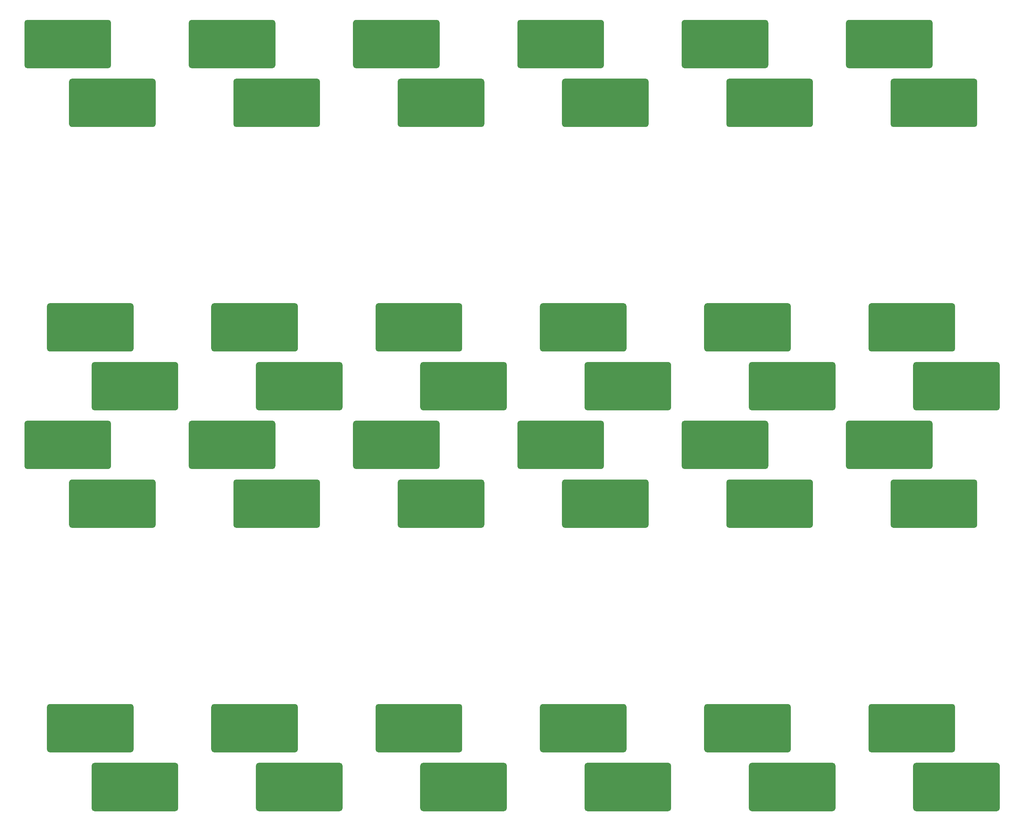
<source format=gbr>
*
%FSTAX45Y45*%
%MOMM*%
%IPPOS*%
%LNsusb_scpt.gbr*%
%LPD*%
G75*
G36*
X-0001Y00002D02*
X-00236683D01*
G02X-00244683Y0001IJ00008D01*
G01Y00129731D01*
G02X-00236683Y00137731I00008JD01*
G01X-0001D01*
G02X-00002Y00129731IJ-00008D01*
G01Y0001D01*
G02X-0001Y00002I-00008JD01*
G37*
G36*
Y01125D02*
G01X-00236683D01*
G02X-00244683Y01133IJ00008D01*
G01Y01252731D01*
G02X-00236683Y01260731I00008JD01*
G01X-0001D01*
G02X-00002Y01252731IJ-00008D01*
G01Y01133D01*
G02X-0001Y01125I-00008JD01*
G37*
G36*
X0045Y00002D02*
G01X00223317D01*
G02X00215317Y0001IJ00008D01*
G01Y00129731D01*
G02X00223317Y00137731I00008JD01*
G01X0045D01*
G02X00458Y00129731IJ-00008D01*
G01Y0001D01*
G02X0045Y00002I-00008JD01*
G37*
G36*
Y01125D02*
G01X00223317D01*
G02X00215317Y01133IJ00008D01*
G01Y01252731D01*
G02X00223317Y01260731I00008JD01*
G01X0045D01*
G02X00458Y01252731IJ-00008D01*
G01Y01133D01*
G02X0045Y01125I-00008JD01*
G37*
G36*
X0091Y00002D02*
G01X00683317D01*
G02X00675317Y0001IJ00008D01*
G01Y00129731D01*
G02X00683317Y00137731I00008JD01*
G01X0091D01*
G02X00918Y00129731IJ-00008D01*
G01Y0001D01*
G02X0091Y00002I-00008JD01*
G37*
G36*
Y01125D02*
G01X00683317D01*
G02X00675317Y01133IJ00008D01*
G01Y01252731D01*
G02X00683317Y01260731I00008JD01*
G01X0091D01*
G02X00918Y01252731IJ-00008D01*
G01Y01133D01*
G02X0091Y01125I-00008JD01*
G37*
G36*
X-001748Y007668D02*
G01X00051883D01*
G02X00059883Y007588IJ-00008D01*
G01Y00639069D01*
G02X00051883Y00631069I-00008JD01*
G01X-001748D01*
G02X-001828Y00639069IJ00008D01*
G01Y007588D01*
G02X-001748Y007668I00008JD01*
G37*
G36*
Y018898D02*
G01X00051883D01*
G02X00059883Y018818IJ-00008D01*
G01Y01762069D01*
G02X00051883Y01754069I-00008JD01*
G01X-001748D01*
G02X-001828Y01762069IJ00008D01*
G01Y018818D01*
G02X-001748Y018898I00008JD01*
G37*
G36*
X002852Y007668D02*
G01X00511883D01*
G02X00519883Y007588IJ-00008D01*
G01Y00639069D01*
G02X00511883Y00631069I-00008JD01*
G01X002852D01*
G02X002772Y00639069IJ00008D01*
G01Y007588D01*
G02X002852Y007668I00008JD01*
G37*
G36*
Y018898D02*
G01X00511883D01*
G02X00519883Y018818IJ-00008D01*
G01Y01762069D01*
G02X00511883Y01754069I-00008JD01*
G01X002852D01*
G02X002772Y01762069IJ00008D01*
G01Y018818D01*
G02X002852Y018898I00008JD01*
G37*
G36*
X007452Y007668D02*
G01X00971883D01*
G02X00979883Y007588IJ-00008D01*
G01Y00639069D01*
G02X00971883Y00631069I-00008JD01*
G01X007452D01*
G02X007372Y00639069IJ00008D01*
G01Y007588D01*
G02X007452Y007668I00008JD01*
G37*
G36*
Y018898D02*
G01X00971883D01*
G02X00979883Y018818IJ-00008D01*
G01Y01762069D01*
G02X00971883Y01754069I-00008JD01*
G01X007452D01*
G02X007372Y01762069IJ00008D01*
G01Y018818D01*
G02X007452Y018898I00008JD01*
G37*
G36*
X00115Y-001628D02*
G01X-00111683D01*
G02X-00119683Y-001548IJ00008D01*
G01Y-00035069D01*
G02X-00111683Y-00027069I00008JD01*
G01X00115D01*
G02X00123Y-00035069IJ-00008D01*
G01Y-001548D01*
G02X00115Y-001628I-00008JD01*
G37*
G36*
Y009602D02*
G01X-00111683D01*
G02X-00119683Y009682IJ00008D01*
G01Y01087931D01*
G02X-00111683Y01095931I00008JD01*
G01X00115D01*
G02X00123Y01087931IJ-00008D01*
G01Y009682D01*
G02X00115Y009602I-00008JD01*
G37*
G36*
X00575Y-001628D02*
G01X00348317D01*
G02X00340317Y-001548IJ00008D01*
G01Y-00035069D01*
G02X00348317Y-00027069I00008JD01*
G01X00575D01*
G02X00583Y-00035069IJ-00008D01*
G01Y-001548D01*
G02X00575Y-001628I-00008JD01*
G37*
G36*
Y009602D02*
G01X00348317D01*
G02X00340317Y009682IJ00008D01*
G01Y01087931D01*
G02X00348317Y01095931I00008JD01*
G01X00575D01*
G02X00583Y01087931IJ-00008D01*
G01Y009682D01*
G02X00575Y009602I-00008JD01*
G37*
G36*
X01035Y-001628D02*
G01X00808317D01*
G02X00800317Y-001548IJ00008D01*
G01Y-00035069D01*
G02X00808317Y-00027069I00008JD01*
G01X01035D01*
G02X01043Y-00035069IJ-00008D01*
G01Y-001548D01*
G02X01035Y-001628I-00008JD01*
G37*
G36*
Y009602D02*
G01X00808317D01*
G02X00800317Y009682IJ00008D01*
G01Y01087931D01*
G02X00808317Y01095931I00008JD01*
G01X01035D01*
G02X01043Y01087931IJ-00008D01*
G01Y009682D01*
G02X01035Y009602I-00008JD01*
G37*
G36*
X-002998Y009316D02*
G01X-00073117D01*
G02X-00065117Y009236IJ-00008D01*
G01Y00803869D01*
G02X-00073117Y00795869I-00008JD01*
G01X-002998D01*
G02X-003078Y00803869IJ00008D01*
G01Y009236D01*
G02X-002998Y009316I00008JD01*
G37*
G36*
Y020546D02*
G01X-00073117D01*
G02X-00065117Y020466IJ-00008D01*
G01Y01926869D01*
G02X-00073117Y01918869I-00008JD01*
G01X-002998D01*
G02X-003078Y01926869IJ00008D01*
G01Y020466D01*
G02X-002998Y020546I00008JD01*
G37*
G36*
X001602Y009316D02*
G01X00386883D01*
G02X00394883Y009236IJ-00008D01*
G01Y00803869D01*
G02X00386883Y00795869I-00008JD01*
G01X001602D01*
G02X001522Y00803869IJ00008D01*
G01Y009236D01*
G02X001602Y009316I00008JD01*
G37*
G36*
Y020546D02*
G01X00386883D01*
G02X00394883Y020466IJ-00008D01*
G01Y01926869D01*
G02X00386883Y01918869I-00008JD01*
G01X001602D01*
G02X001522Y01926869IJ00008D01*
G01Y020466D01*
G02X001602Y020546I00008JD01*
G37*
G36*
X006202Y009316D02*
G01X00846883D01*
G02X00854883Y009236IJ-00008D01*
G01Y00803869D01*
G02X00846883Y00795869I-00008JD01*
G01X006202D01*
G02X006122Y00803869IJ00008D01*
G01Y009236D01*
G02X006202Y009316I00008JD01*
G37*
G36*
Y020546D02*
G01X00846883D01*
G02X00854883Y020466IJ-00008D01*
G01Y01926869D01*
G02X00846883Y01918869I-00008JD01*
G01X006202D01*
G02X006122Y01926869IJ00008D01*
G01Y020466D01*
G02X006202Y020546I00008JD01*
G37*
G36*
X0137Y00002D02*
G01X01143317D01*
G02X01135317Y0001IJ00008D01*
G01Y00129731D01*
G02X01143317Y00137731I00008JD01*
G01X0137D01*
G02X01378Y00129731IJ-00008D01*
G01Y0001D01*
G02X0137Y00002I-00008JD01*
G37*
G36*
Y01125D02*
G01X01143317D01*
G02X01135317Y01133IJ00008D01*
G01Y01252731D01*
G02X01143317Y01260731I00008JD01*
G01X0137D01*
G02X01378Y01252731IJ-00008D01*
G01Y01133D01*
G02X0137Y01125I-00008JD01*
G37*
G36*
X0183Y00002D02*
G01X01603317D01*
G02X01595317Y0001IJ00008D01*
G01Y00129731D01*
G02X01603317Y00137731I00008JD01*
G01X0183D01*
G02X01838Y00129731IJ-00008D01*
G01Y0001D01*
G02X0183Y00002I-00008JD01*
G37*
G36*
Y01125D02*
G01X01603317D01*
G02X01595317Y01133IJ00008D01*
G01Y01252731D01*
G02X01603317Y01260731I00008JD01*
G01X0183D01*
G02X01838Y01252731IJ-00008D01*
G01Y01133D01*
G02X0183Y01125I-00008JD01*
G37*
G36*
X0229Y00002D02*
G01X02063317D01*
G02X02055317Y0001IJ00008D01*
G01Y00129731D01*
G02X02063317Y00137731I00008JD01*
G01X0229D01*
G02X02298Y00129731IJ-00008D01*
G01Y0001D01*
G02X0229Y00002I-00008JD01*
G37*
G36*
Y01125D02*
G01X02063317D01*
G02X02055317Y01133IJ00008D01*
G01Y01252731D01*
G02X02063317Y01260731I00008JD01*
G01X0229D01*
G02X02298Y01252731IJ-00008D01*
G01Y01133D01*
G02X0229Y01125I-00008JD01*
G37*
G36*
X012052Y007668D02*
G01X01431883D01*
G02X01439883Y007588IJ-00008D01*
G01Y00639069D01*
G02X01431883Y00631069I-00008JD01*
G01X012052D01*
G02X011972Y00639069IJ00008D01*
G01Y007588D01*
G02X012052Y007668I00008JD01*
G37*
G36*
Y018898D02*
G01X01431883D01*
G02X01439883Y018818IJ-00008D01*
G01Y01762069D01*
G02X01431883Y01754069I-00008JD01*
G01X012052D01*
G02X011972Y01762069IJ00008D01*
G01Y018818D01*
G02X012052Y018898I00008JD01*
G37*
G36*
X016652Y007668D02*
G01X01891883D01*
G02X01899883Y007588IJ-00008D01*
G01Y00639069D01*
G02X01891883Y00631069I-00008JD01*
G01X016652D01*
G02X016572Y00639069IJ00008D01*
G01Y007588D01*
G02X016652Y007668I00008JD01*
G37*
G36*
Y018898D02*
G01X01891883D01*
G02X01899883Y018818IJ-00008D01*
G01Y01762069D01*
G02X01891883Y01754069I-00008JD01*
G01X016652D01*
G02X016572Y01762069IJ00008D01*
G01Y018818D01*
G02X016652Y018898I00008JD01*
G37*
G36*
X021252Y007668D02*
G01X02351883D01*
G02X02359883Y007588IJ-00008D01*
G01Y00639069D01*
G02X02351883Y00631069I-00008JD01*
G01X021252D01*
G02X021172Y00639069IJ00008D01*
G01Y007588D01*
G02X021252Y007668I00008JD01*
G37*
G36*
Y018898D02*
G01X02351883D01*
G02X02359883Y018818IJ-00008D01*
G01Y01762069D01*
G02X02351883Y01754069I-00008JD01*
G01X021252D01*
G02X021172Y01762069IJ00008D01*
G01Y018818D01*
G02X021252Y018898I00008JD01*
G37*
G36*
X01495Y-001628D02*
G01X01268317D01*
G02X01260317Y-001548IJ00008D01*
G01Y-00035069D01*
G02X01268317Y-00027069I00008JD01*
G01X01495D01*
G02X01503Y-00035069IJ-00008D01*
G01Y-001548D01*
G02X01495Y-001628I-00008JD01*
G37*
G36*
Y009602D02*
G01X01268317D01*
G02X01260317Y009682IJ00008D01*
G01Y01087931D01*
G02X01268317Y01095931I00008JD01*
G01X01495D01*
G02X01503Y01087931IJ-00008D01*
G01Y009682D01*
G02X01495Y009602I-00008JD01*
G37*
G36*
X01955Y-001628D02*
G01X01728317D01*
G02X01720317Y-001548IJ00008D01*
G01Y-00035069D01*
G02X01728317Y-00027069I00008JD01*
G01X01955D01*
G02X01963Y-00035069IJ-00008D01*
G01Y-001548D01*
G02X01955Y-001628I-00008JD01*
G37*
G36*
Y009602D02*
G01X01728317D01*
G02X01720317Y009682IJ00008D01*
G01Y01087931D01*
G02X01728317Y01095931I00008JD01*
G01X01955D01*
G02X01963Y01087931IJ-00008D01*
G01Y009682D01*
G02X01955Y009602I-00008JD01*
G37*
G36*
X02415Y-001628D02*
G01X02188317D01*
G02X02180317Y-001548IJ00008D01*
G01Y-00035069D01*
G02X02188317Y-00027069I00008JD01*
G01X02415D01*
G02X02423Y-00035069IJ-00008D01*
G01Y-001548D01*
G02X02415Y-001628I-00008JD01*
G37*
G36*
Y009602D02*
G01X02188317D01*
G02X02180317Y009682IJ00008D01*
G01Y01087931D01*
G02X02188317Y01095931I00008JD01*
G01X02415D01*
G02X02423Y01087931IJ-00008D01*
G01Y009682D01*
G02X02415Y009602I-00008JD01*
G37*
G36*
X010802Y009316D02*
G01X01306883D01*
G02X01314883Y009236IJ-00008D01*
G01Y00803869D01*
G02X01306883Y00795869I-00008JD01*
G01X010802D01*
G02X010722Y00803869IJ00008D01*
G01Y009236D01*
G02X010802Y009316I00008JD01*
G37*
G36*
Y020546D02*
G01X01306883D01*
G02X01314883Y020466IJ-00008D01*
G01Y01926869D01*
G02X01306883Y01918869I-00008JD01*
G01X010802D01*
G02X010722Y01926869IJ00008D01*
G01Y020466D01*
G02X010802Y020546I00008JD01*
G37*
G36*
X015402Y009316D02*
G01X01766883D01*
G02X01774883Y009236IJ-00008D01*
G01Y00803869D01*
G02X01766883Y00795869I-00008JD01*
G01X015402D01*
G02X015322Y00803869IJ00008D01*
G01Y009236D01*
G02X015402Y009316I00008JD01*
G37*
G36*
Y020546D02*
G01X01766883D01*
G02X01774883Y020466IJ-00008D01*
G01Y01926869D01*
G02X01766883Y01918869I-00008JD01*
G01X015402D01*
G02X015322Y01926869IJ00008D01*
G01Y020466D01*
G02X015402Y020546I00008JD01*
G37*
G36*
X020002Y009316D02*
G01X02226883D01*
G02X02234883Y009236IJ-00008D01*
G01Y00803869D01*
G02X02226883Y00795869I-00008JD01*
G01X020002D01*
G02X019922Y00803869IJ00008D01*
G01Y009236D01*
G02X020002Y009316I00008JD01*
G37*
G36*
Y020546D02*
G01X02226883D01*
G02X02234883Y020466IJ-00008D01*
G01Y01926869D01*
G02X02226883Y01918869I-00008JD01*
G01X020002D01*
G02X019922Y01926869IJ00008D01*
G01Y020466D01*
G02X020002Y020546I00008JD01*
G37*
M02*

</source>
